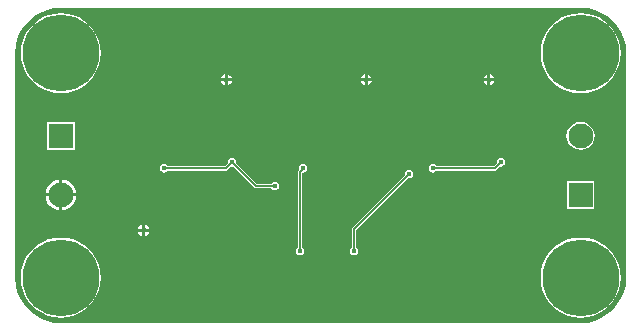
<source format=gbl>
G04*
G04 #@! TF.GenerationSoftware,Altium Limited,Altium Designer,20.0.12 (288)*
G04*
G04 Layer_Physical_Order=2*
G04 Layer_Color=16711680*
%FSLAX24Y24*%
%MOIN*%
G70*
G01*
G75*
%ADD11C,0.0050*%
%ADD26C,0.0827*%
%ADD27R,0.0827X0.0827*%
%ADD28C,0.2559*%
%ADD29C,0.0177*%
%ADD30C,0.0197*%
G36*
X19135Y10556D02*
X19367Y10500D01*
X19587Y10409D01*
X19791Y10284D01*
X19972Y10130D01*
X20127Y9948D01*
X20252Y9745D01*
X20343Y9525D01*
X20398Y9293D01*
X20416Y9064D01*
X20413Y9055D01*
Y1575D01*
X20416Y1566D01*
X20398Y1337D01*
X20343Y1105D01*
X20252Y885D01*
X20127Y682D01*
X19972Y500D01*
X19791Y346D01*
X19587Y221D01*
X19367Y130D01*
X19135Y74D01*
X18906Y56D01*
X18898Y60D01*
X1575D01*
X1566Y56D01*
X1337Y74D01*
X1105Y130D01*
X885Y221D01*
X682Y346D01*
X500Y500D01*
X346Y682D01*
X221Y885D01*
X130Y1105D01*
X74Y1337D01*
X56Y1566D01*
X60Y1575D01*
Y9055D01*
X56Y9064D01*
X74Y9293D01*
X130Y9525D01*
X221Y9745D01*
X346Y9948D01*
X500Y10130D01*
X682Y10284D01*
X885Y10409D01*
X1105Y10500D01*
X1337Y10556D01*
X1566Y10574D01*
X1575Y10570D01*
X18898D01*
X18906Y10574D01*
X19135Y10556D01*
D02*
G37*
%LPC*%
G36*
X15896Y8352D02*
Y8219D01*
X16029D01*
X16024Y8243D01*
X15982Y8305D01*
X15920Y8347D01*
X15896Y8352D01*
D02*
G37*
G36*
X15796D02*
X15773Y8347D01*
X15711Y8305D01*
X15669Y8243D01*
X15664Y8219D01*
X15796D01*
Y8352D01*
D02*
G37*
G36*
X11802D02*
Y8219D01*
X11934D01*
X11930Y8243D01*
X11888Y8305D01*
X11826Y8347D01*
X11802Y8352D01*
D02*
G37*
G36*
X11702D02*
X11678Y8347D01*
X11616Y8305D01*
X11574Y8243D01*
X11570Y8219D01*
X11702D01*
Y8352D01*
D02*
G37*
G36*
X7137D02*
Y8219D01*
X7269D01*
X7264Y8243D01*
X7223Y8305D01*
X7160Y8347D01*
X7137Y8352D01*
D02*
G37*
G36*
X7037D02*
X7013Y8347D01*
X6951Y8305D01*
X6909Y8243D01*
X6904Y8219D01*
X7037D01*
Y8352D01*
D02*
G37*
G36*
X16029Y8119D02*
X15896D01*
Y7987D01*
X15920Y7992D01*
X15982Y8033D01*
X16024Y8096D01*
X16029Y8119D01*
D02*
G37*
G36*
X15796D02*
X15664D01*
X15669Y8096D01*
X15711Y8033D01*
X15773Y7992D01*
X15796Y7987D01*
Y8119D01*
D02*
G37*
G36*
X11934D02*
X11802D01*
Y7987D01*
X11826Y7992D01*
X11888Y8033D01*
X11930Y8096D01*
X11934Y8119D01*
D02*
G37*
G36*
X11702D02*
X11570D01*
X11574Y8096D01*
X11616Y8033D01*
X11678Y7992D01*
X11702Y7987D01*
Y8119D01*
D02*
G37*
G36*
X7269D02*
X7137D01*
Y7987D01*
X7160Y7992D01*
X7223Y8033D01*
X7264Y8096D01*
X7269Y8119D01*
D02*
G37*
G36*
X7037D02*
X6904D01*
X6909Y8096D01*
X6951Y8033D01*
X7013Y7992D01*
X7037Y7987D01*
Y8119D01*
D02*
G37*
G36*
X18898Y10389D02*
X18689Y10372D01*
X18486Y10323D01*
X18292Y10243D01*
X18114Y10134D01*
X17955Y9998D01*
X17819Y9839D01*
X17709Y9661D01*
X17629Y9467D01*
X17580Y9264D01*
X17564Y9055D01*
X17580Y8846D01*
X17629Y8643D01*
X17709Y8450D01*
X17819Y8271D01*
X17955Y8112D01*
X18114Y7976D01*
X18292Y7867D01*
X18486Y7787D01*
X18689Y7738D01*
X18898Y7721D01*
X19106Y7738D01*
X19310Y7787D01*
X19503Y7867D01*
X19682Y7976D01*
X19841Y8112D01*
X19977Y8271D01*
X20086Y8450D01*
X20166Y8643D01*
X20215Y8846D01*
X20231Y9055D01*
X20215Y9264D01*
X20166Y9467D01*
X20086Y9661D01*
X19977Y9839D01*
X19841Y9998D01*
X19682Y10134D01*
X19503Y10243D01*
X19310Y10323D01*
X19106Y10372D01*
X18898Y10389D01*
D02*
G37*
G36*
X1575D02*
X1366Y10372D01*
X1163Y10323D01*
X969Y10243D01*
X791Y10134D01*
X632Y9998D01*
X496Y9839D01*
X387Y9661D01*
X306Y9467D01*
X258Y9264D01*
X241Y9055D01*
X258Y8846D01*
X306Y8643D01*
X387Y8450D01*
X496Y8271D01*
X632Y8112D01*
X791Y7976D01*
X969Y7867D01*
X1163Y7787D01*
X1366Y7738D01*
X1575Y7721D01*
X1783Y7738D01*
X1987Y7787D01*
X2180Y7867D01*
X2359Y7976D01*
X2518Y8112D01*
X2654Y8271D01*
X2763Y8450D01*
X2843Y8643D01*
X2892Y8846D01*
X2908Y9055D01*
X2892Y9264D01*
X2843Y9467D01*
X2763Y9661D01*
X2654Y9839D01*
X2518Y9998D01*
X2359Y10134D01*
X2180Y10243D01*
X1987Y10323D01*
X1783Y10372D01*
X1575Y10389D01*
D02*
G37*
G36*
X2038Y6763D02*
X1111D01*
Y5836D01*
X2038D01*
Y6763D01*
D02*
G37*
G36*
X18898Y6767D02*
X18777Y6751D01*
X18664Y6704D01*
X18567Y6630D01*
X18493Y6533D01*
X18446Y6420D01*
X18430Y6299D01*
X18446Y6178D01*
X18493Y6066D01*
X18567Y5969D01*
X18664Y5894D01*
X18777Y5848D01*
X18898Y5832D01*
X19019Y5848D01*
X19131Y5894D01*
X19228Y5969D01*
X19302Y6066D01*
X19349Y6178D01*
X19365Y6299D01*
X19349Y6420D01*
X19302Y6533D01*
X19228Y6630D01*
X19131Y6704D01*
X19019Y6751D01*
X18898Y6767D01*
D02*
G37*
G36*
X16240Y5555D02*
X16186Y5544D01*
X16140Y5513D01*
X16110Y5467D01*
X16099Y5413D01*
X16104Y5386D01*
X16012Y5293D01*
X14092D01*
X14076Y5316D01*
X14030Y5347D01*
X13976Y5358D01*
X13922Y5347D01*
X13876Y5316D01*
X13846Y5271D01*
X13835Y5217D01*
X13846Y5162D01*
X13876Y5117D01*
X13922Y5086D01*
X13976Y5075D01*
X14030Y5086D01*
X14076Y5117D01*
X14092Y5140D01*
X16043D01*
X16073Y5146D01*
X16097Y5162D01*
X16213Y5278D01*
X16240Y5272D01*
X16294Y5283D01*
X16340Y5313D01*
X16371Y5359D01*
X16381Y5413D01*
X16371Y5467D01*
X16340Y5513D01*
X16294Y5544D01*
X16240Y5555D01*
D02*
G37*
G36*
X7283D02*
X7229Y5544D01*
X7184Y5513D01*
X7153Y5467D01*
X7142Y5413D01*
X7148Y5386D01*
X7055Y5293D01*
X5135D01*
X5120Y5316D01*
X5074Y5347D01*
X5020Y5358D01*
X4966Y5347D01*
X4920Y5316D01*
X4889Y5271D01*
X4878Y5217D01*
X4889Y5162D01*
X4920Y5117D01*
X4966Y5086D01*
X5020Y5075D01*
X5074Y5086D01*
X5120Y5117D01*
X5135Y5140D01*
X7087D01*
X7116Y5146D01*
X7141Y5162D01*
X7256Y5278D01*
X7283Y5272D01*
X7311Y5278D01*
X8017Y4572D01*
X8017Y4572D01*
X8042Y4555D01*
X8071Y4550D01*
X8071Y4550D01*
X8585D01*
X8601Y4526D01*
X8647Y4495D01*
X8701Y4485D01*
X8755Y4495D01*
X8801Y4526D01*
X8831Y4572D01*
X8842Y4626D01*
X8831Y4680D01*
X8801Y4726D01*
X8755Y4757D01*
X8701Y4767D01*
X8647Y4757D01*
X8601Y4726D01*
X8585Y4702D01*
X8103D01*
X7419Y5386D01*
X7425Y5413D01*
X7414Y5467D01*
X7383Y5513D01*
X7338Y5544D01*
X7283Y5555D01*
D02*
G37*
G36*
X13189Y5161D02*
X13135Y5150D01*
X13089Y5120D01*
X13058Y5074D01*
X13048Y5020D01*
X13053Y4992D01*
X11294Y3233D01*
X11278Y3208D01*
X11272Y3179D01*
Y2576D01*
X11249Y2561D01*
X11218Y2515D01*
X11207Y2461D01*
X11218Y2407D01*
X11249Y2361D01*
X11294Y2330D01*
X11348Y2319D01*
X11402Y2330D01*
X11448Y2361D01*
X11479Y2407D01*
X11490Y2461D01*
X11479Y2515D01*
X11448Y2561D01*
X11425Y2576D01*
Y3147D01*
X13161Y4884D01*
X13189Y4878D01*
X13243Y4889D01*
X13289Y4920D01*
X13320Y4966D01*
X13330Y5020D01*
X13320Y5074D01*
X13289Y5120D01*
X13243Y5150D01*
X13189Y5161D01*
D02*
G37*
G36*
X1625Y4842D02*
Y4381D01*
X2086D01*
X2075Y4465D01*
X2023Y4590D01*
X1941Y4697D01*
X1834Y4779D01*
X1709Y4831D01*
X1625Y4842D01*
D02*
G37*
G36*
X1525D02*
X1441Y4831D01*
X1316Y4779D01*
X1209Y4697D01*
X1126Y4590D01*
X1075Y4465D01*
X1064Y4381D01*
X1525D01*
Y4842D01*
D02*
G37*
G36*
X19361Y4794D02*
X18434D01*
Y3867D01*
X19361D01*
Y4794D01*
D02*
G37*
G36*
X2086Y4281D02*
X1625D01*
Y3819D01*
X1709Y3831D01*
X1834Y3882D01*
X1941Y3965D01*
X2023Y4072D01*
X2075Y4197D01*
X2086Y4281D01*
D02*
G37*
G36*
X1525D02*
X1064D01*
X1075Y4197D01*
X1126Y4072D01*
X1209Y3965D01*
X1316Y3882D01*
X1441Y3831D01*
X1525Y3819D01*
Y4281D01*
D02*
G37*
G36*
X4381Y3332D02*
Y3200D01*
X4513D01*
X4508Y3223D01*
X4467Y3286D01*
X4404Y3327D01*
X4381Y3332D01*
D02*
G37*
G36*
X4281D02*
X4257Y3327D01*
X4195Y3286D01*
X4153Y3223D01*
X4148Y3200D01*
X4281D01*
Y3332D01*
D02*
G37*
G36*
X4513Y3100D02*
X4381D01*
Y2967D01*
X4404Y2972D01*
X4467Y3014D01*
X4508Y3076D01*
X4513Y3100D01*
D02*
G37*
G36*
X4281D02*
X4148D01*
X4153Y3076D01*
X4195Y3014D01*
X4257Y2972D01*
X4281Y2967D01*
Y3100D01*
D02*
G37*
G36*
X9646Y5358D02*
X9592Y5347D01*
X9546Y5316D01*
X9515Y5271D01*
X9504Y5217D01*
X9515Y5162D01*
X9516Y5161D01*
X9493Y5138D01*
X9477Y5113D01*
X9471Y5084D01*
Y2576D01*
X9447Y2561D01*
X9417Y2515D01*
X9406Y2461D01*
X9417Y2407D01*
X9447Y2361D01*
X9493Y2330D01*
X9547Y2319D01*
X9601Y2330D01*
X9647Y2361D01*
X9678Y2407D01*
X9689Y2461D01*
X9678Y2515D01*
X9647Y2561D01*
X9624Y2576D01*
Y5052D01*
X9647Y5076D01*
X9700Y5086D01*
X9746Y5117D01*
X9776Y5162D01*
X9787Y5217D01*
X9776Y5271D01*
X9746Y5316D01*
X9700Y5347D01*
X9646Y5358D01*
D02*
G37*
G36*
X18898Y2908D02*
X18689Y2892D01*
X18486Y2843D01*
X18292Y2763D01*
X18114Y2654D01*
X17955Y2518D01*
X17819Y2359D01*
X17709Y2180D01*
X17629Y1987D01*
X17580Y1783D01*
X17564Y1575D01*
X17580Y1366D01*
X17629Y1163D01*
X17709Y969D01*
X17819Y791D01*
X17955Y632D01*
X18114Y496D01*
X18292Y387D01*
X18486Y306D01*
X18689Y258D01*
X18898Y241D01*
X19106Y258D01*
X19310Y306D01*
X19503Y387D01*
X19682Y496D01*
X19841Y632D01*
X19977Y791D01*
X20086Y969D01*
X20166Y1163D01*
X20215Y1366D01*
X20231Y1575D01*
X20215Y1783D01*
X20166Y1987D01*
X20086Y2180D01*
X19977Y2359D01*
X19841Y2518D01*
X19682Y2654D01*
X19503Y2763D01*
X19310Y2843D01*
X19106Y2892D01*
X18898Y2908D01*
D02*
G37*
G36*
X1575D02*
X1366Y2892D01*
X1163Y2843D01*
X969Y2763D01*
X791Y2654D01*
X632Y2518D01*
X496Y2359D01*
X387Y2180D01*
X306Y1987D01*
X258Y1783D01*
X241Y1575D01*
X258Y1366D01*
X306Y1163D01*
X387Y969D01*
X496Y791D01*
X632Y632D01*
X791Y496D01*
X969Y387D01*
X1163Y306D01*
X1366Y258D01*
X1575Y241D01*
X1783Y258D01*
X1987Y306D01*
X2180Y387D01*
X2359Y496D01*
X2518Y632D01*
X2654Y791D01*
X2763Y969D01*
X2843Y1163D01*
X2892Y1366D01*
X2908Y1575D01*
X2892Y1783D01*
X2843Y1987D01*
X2763Y2180D01*
X2654Y2359D01*
X2518Y2518D01*
X2359Y2654D01*
X2180Y2763D01*
X1987Y2843D01*
X1783Y2892D01*
X1575Y2908D01*
D02*
G37*
%LPD*%
D11*
X11348Y3179D02*
X13189Y5020D01*
X11348Y2461D02*
Y3179D01*
X5020Y5217D02*
X7087D01*
X7283Y5413D01*
X13976Y5217D02*
X16043D01*
X16240Y5413D01*
X8071Y4626D02*
X8701D01*
X7283Y5413D02*
X8071Y4626D01*
X9547Y2461D02*
Y5084D01*
X9646Y5182D01*
Y5217D01*
D26*
X18898Y6299D02*
D03*
X1575Y4331D02*
D03*
D27*
X18898D02*
D03*
X1575Y6299D02*
D03*
D28*
X18898Y1575D02*
D03*
Y9055D02*
D03*
X1575Y1575D02*
D03*
Y9055D02*
D03*
D29*
X4331Y3150D02*
D03*
X13189Y5020D02*
D03*
X11348Y2461D02*
D03*
X5020Y5217D02*
D03*
X15846Y8169D02*
D03*
X11752D02*
D03*
X7087D02*
D03*
X16240Y5413D02*
D03*
X13976Y5217D02*
D03*
X8701Y4626D02*
D03*
X7283Y5413D02*
D03*
X9547Y2461D02*
D03*
X9646Y5217D02*
D03*
D30*
X18898Y2525D02*
D03*
X19848Y1575D02*
D03*
X17998D02*
D03*
X18898Y625D02*
D03*
X18248Y925D02*
D03*
X18198Y2225D02*
D03*
X19548Y2275D02*
D03*
Y875D02*
D03*
X18898Y10005D02*
D03*
X19848Y9055D02*
D03*
X17998D02*
D03*
X18898Y8105D02*
D03*
X18248Y8405D02*
D03*
X18198Y9705D02*
D03*
X19548Y9755D02*
D03*
Y8355D02*
D03*
X1575Y2525D02*
D03*
X2525Y1575D02*
D03*
X675D02*
D03*
X1575Y625D02*
D03*
X925Y925D02*
D03*
X875Y2225D02*
D03*
X2225Y2275D02*
D03*
Y875D02*
D03*
X1575Y10005D02*
D03*
X2525Y9055D02*
D03*
X675D02*
D03*
X1575Y8105D02*
D03*
X925Y8405D02*
D03*
X875Y9705D02*
D03*
X2225Y9755D02*
D03*
Y8355D02*
D03*
M02*

</source>
